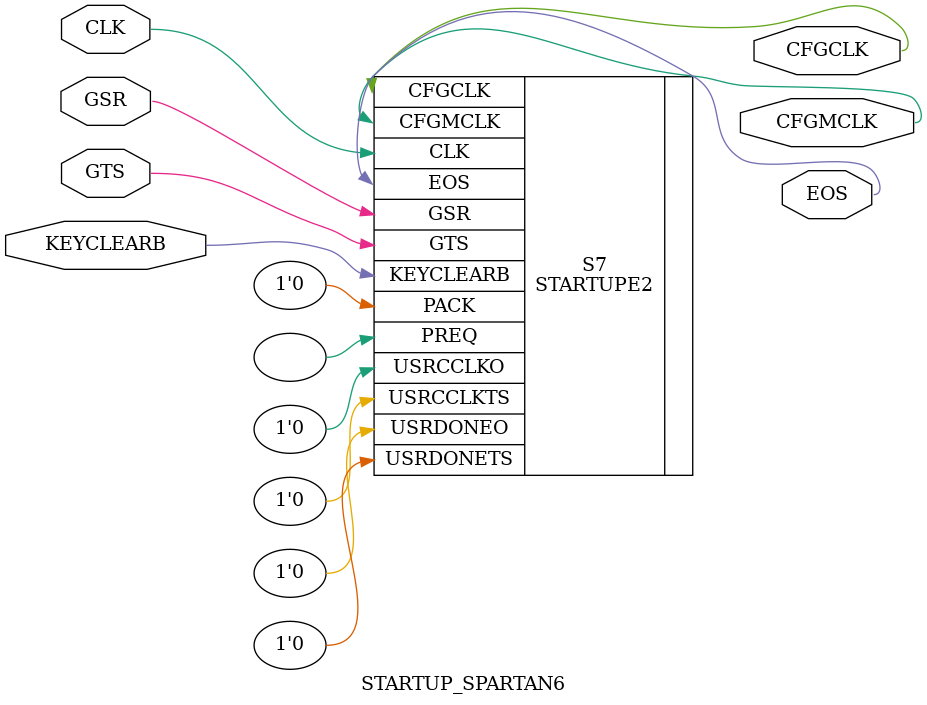
<source format=v>
`timescale 1 ps/1 ps

module STARTUP_SPARTAN6 (
  CFGCLK,
  CFGMCLK,
  EOS,
  CLK,
  GSR,
  GTS,
  KEYCLEARB);

  output CFGCLK;
  output CFGMCLK;
  output EOS;

  input CLK;
  input GSR;
  input GTS;
  input KEYCLEARB;

STARTUPE2 S7 ( .CFGCLK(CFGCLK), .CFGMCLK(CFGMCLK), .EOS(EOS), .PREQ(), .CLK(CLK), .GSR(GSR), .GTS(GTS), .KEYCLEARB(KEYCLEARB), .PACK(1'b0), .USRCCLKO(1'b0), .USRCCLKTS(1'b0), .USRDONEO(1'b0), .USRDONETS(1'b0));

endmodule

</source>
